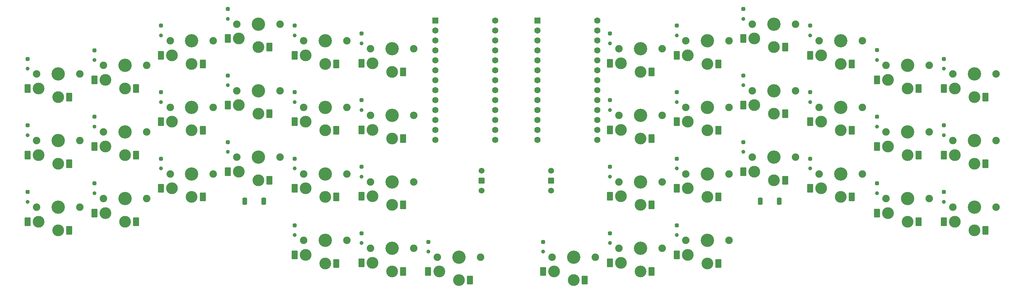
<source format=gbr>
%TF.GenerationSoftware,KiCad,Pcbnew,9.0.1*%
%TF.CreationDate,2025-04-16T23:21:15+03:00*%
%TF.ProjectId,turfing,74757266-696e-4672-9e6b-696361645f70,rev?*%
%TF.SameCoordinates,Original*%
%TF.FileFunction,Soldermask,Bot*%
%TF.FilePolarity,Negative*%
%FSLAX46Y46*%
G04 Gerber Fmt 4.6, Leading zero omitted, Abs format (unit mm)*
G04 Created by KiCad (PCBNEW 9.0.1) date 2025-04-16 23:21:15*
%MOMM*%
%LPD*%
G01*
G04 APERTURE LIST*
G04 Aperture macros list*
%AMRoundRect*
0 Rectangle with rounded corners*
0 $1 Rounding radius*
0 $2 $3 $4 $5 $6 $7 $8 $9 X,Y pos of 4 corners*
0 Add a 4 corners polygon primitive as box body*
4,1,4,$2,$3,$4,$5,$6,$7,$8,$9,$2,$3,0*
0 Add four circle primitives for the rounded corners*
1,1,$1+$1,$2,$3*
1,1,$1+$1,$4,$5*
1,1,$1+$1,$6,$7*
1,1,$1+$1,$8,$9*
0 Add four rect primitives between the rounded corners*
20,1,$1+$1,$2,$3,$4,$5,0*
20,1,$1+$1,$4,$5,$6,$7,0*
20,1,$1+$1,$6,$7,$8,$9,0*
20,1,$1+$1,$8,$9,$2,$3,0*%
G04 Aperture macros list end*
%ADD10C,1.900000*%
%ADD11C,3.000000*%
%ADD12C,3.400000*%
%ADD13RoundRect,0.200000X0.600000X0.900000X-0.600000X0.900000X-0.600000X-0.900000X0.600000X-0.900000X0*%
%ADD14RoundRect,0.250000X-0.250000X0.250000X-0.250000X-0.250000X0.250000X-0.250000X0.250000X0.250000X0*%
%ADD15C,1.000000*%
%ADD16RoundRect,0.250000X-0.550000X-0.550000X0.550000X-0.550000X0.550000X0.550000X-0.550000X0.550000X0*%
%ADD17C,1.600000*%
%ADD18RoundRect,0.102000X0.654000X-0.654000X0.654000X0.654000X-0.654000X0.654000X-0.654000X-0.654000X0*%
%ADD19C,1.512000*%
%ADD20RoundRect,0.250000X-0.350000X-0.650000X0.350000X-0.650000X0.350000X0.650000X-0.350000X0.650000X0*%
%ADD21RoundRect,0.102000X-0.654000X0.654000X-0.654000X-0.654000X0.654000X-0.654000X0.654000X0.654000X0*%
G04 APERTURE END LIST*
D10*
%TO.C,SW16*%
X60500000Y-106250000D03*
D11*
X61000000Y-109950000D03*
D12*
X66000000Y-106250000D03*
D11*
X66000000Y-112150000D03*
D10*
X71500000Y-106250000D03*
D13*
X58200000Y-109950000D03*
X68800000Y-112150000D03*
%TD*%
D10*
%TO.C,SW29*%
X191750000Y-89250000D03*
D11*
X192250000Y-92950000D03*
D12*
X197250000Y-89250000D03*
D11*
X197250000Y-95150000D03*
D10*
X202750000Y-89250000D03*
D13*
X189450000Y-92950000D03*
X200050000Y-95150000D03*
%TD*%
D14*
%TO.C,D31*%
X223452400Y-85375100D03*
D15*
X223452400Y-87875100D03*
%TD*%
D14*
%TO.C,D1*%
X109200000Y-70400100D03*
D15*
X109200000Y-72900100D03*
%TD*%
D10*
%TO.C,SW20*%
X111500000Y-125290000D03*
D11*
X112000000Y-128990000D03*
D12*
X117000000Y-125290000D03*
D11*
X117000000Y-131190000D03*
D10*
X122500000Y-125290000D03*
D13*
X109200000Y-128990000D03*
X119800000Y-131190000D03*
%TD*%
D14*
%TO.C,D32*%
X240452400Y-91675100D03*
D15*
X240452400Y-94175100D03*
%TD*%
D10*
%TO.C,SW42*%
X191750000Y-123250000D03*
D11*
X192250000Y-126950000D03*
D12*
X197250000Y-123250000D03*
D11*
X197250000Y-129150000D03*
D10*
X202750000Y-123250000D03*
D13*
X189450000Y-126950000D03*
X200050000Y-129150000D03*
%TD*%
D14*
%TO.C,D17*%
X41202400Y-108675100D03*
D15*
X41202400Y-111175100D03*
%TD*%
D14*
%TO.C,D10*%
X58200000Y-85375000D03*
D15*
X58200000Y-87875000D03*
%TD*%
D14*
%TO.C,D12*%
X24200000Y-93875000D03*
D15*
X24200000Y-96375000D03*
%TD*%
D10*
%TO.C,SW17*%
X43500000Y-112540000D03*
D11*
X44000000Y-116240000D03*
D12*
X49000000Y-112540000D03*
D11*
X49000000Y-118440000D03*
D10*
X54500000Y-112540000D03*
D13*
X41200000Y-116240000D03*
X51800000Y-118440000D03*
%TD*%
D10*
%TO.C,SW5*%
X43500000Y-78540000D03*
D11*
X44000000Y-82240000D03*
D12*
X49000000Y-78540000D03*
D11*
X49000000Y-84440000D03*
D10*
X54500000Y-78540000D03*
D13*
X41200000Y-82240000D03*
X51800000Y-84440000D03*
%TD*%
D14*
%TO.C,D27*%
X257450000Y-76875000D03*
D15*
X257450000Y-79375000D03*
%TD*%
D10*
%TO.C,SW10*%
X60500000Y-89250000D03*
D11*
X61000000Y-92950000D03*
D12*
X66000000Y-89250000D03*
D11*
X66000000Y-95150000D03*
D10*
X71500000Y-89250000D03*
D13*
X58200000Y-92950000D03*
X68800000Y-95150000D03*
%TD*%
D16*
%TO.C,MCU_L1*%
X128030000Y-67060000D03*
D17*
X143270000Y-67060000D03*
X128030000Y-69600000D03*
X128030000Y-72140000D03*
X128030000Y-74680000D03*
X128030000Y-77220000D03*
X128030000Y-79760000D03*
X128030000Y-82300000D03*
X128030000Y-84840000D03*
X128030000Y-87380000D03*
X128030000Y-89920000D03*
X128030000Y-92460000D03*
X128030000Y-95000000D03*
X128030000Y-97540000D03*
X143270000Y-97540000D03*
X143270000Y-95000000D03*
X143270000Y-92460000D03*
X143270000Y-89920000D03*
X143270000Y-87380000D03*
X143270000Y-84840000D03*
X143270000Y-82300000D03*
X143270000Y-79760000D03*
X143270000Y-77220000D03*
X143270000Y-74680000D03*
X143270000Y-72140000D03*
X143270000Y-69600000D03*
%TD*%
D14*
%TO.C,D30*%
X206452400Y-81125100D03*
D15*
X206452400Y-83625100D03*
%TD*%
D10*
%TO.C,SW24*%
X208750000Y-68000000D03*
D11*
X209250000Y-71700000D03*
D12*
X214250000Y-68000000D03*
D11*
X214250000Y-73900000D03*
D10*
X219750000Y-68000000D03*
D13*
X206450000Y-71700000D03*
X217050000Y-73900000D03*
%TD*%
D10*
%TO.C,SW4*%
X60500000Y-72250000D03*
D11*
X61000000Y-75950000D03*
D12*
X66000000Y-72250000D03*
D11*
X66000000Y-78150000D03*
D10*
X71500000Y-72250000D03*
D13*
X58200000Y-75950000D03*
X68800000Y-78150000D03*
%TD*%
D10*
%TO.C,SW22*%
X174750000Y-74290000D03*
D11*
X175250000Y-77990000D03*
D12*
X180250000Y-74290000D03*
D11*
X180250000Y-80190000D03*
D10*
X185750000Y-74290000D03*
D13*
X172450000Y-77990000D03*
X183050000Y-80190000D03*
%TD*%
D10*
%TO.C,SW36*%
X208750000Y-102000000D03*
D11*
X209250000Y-105700000D03*
D12*
X214250000Y-102000000D03*
D11*
X214250000Y-107900000D03*
D10*
X219750000Y-102000000D03*
D13*
X206450000Y-105700000D03*
X217050000Y-107900000D03*
%TD*%
D10*
%TO.C,SW34*%
X174750000Y-108290000D03*
D11*
X175250000Y-111990000D03*
D12*
X180250000Y-108290000D03*
D11*
X180250000Y-114190000D03*
D10*
X185750000Y-108290000D03*
D13*
X172450000Y-111990000D03*
X183050000Y-114190000D03*
%TD*%
D14*
%TO.C,D14*%
X92202400Y-102375100D03*
D15*
X92202400Y-104875100D03*
%TD*%
D14*
%TO.C,D3*%
X75202400Y-64125100D03*
D15*
X75202400Y-66625100D03*
%TD*%
D10*
%TO.C,SW15*%
X77500000Y-102000000D03*
D11*
X78000000Y-105700000D03*
D12*
X83000000Y-102000000D03*
D11*
X83000000Y-107900000D03*
D10*
X88500000Y-102000000D03*
D13*
X75200000Y-105700000D03*
X85800000Y-107900000D03*
%TD*%
D10*
%TO.C,SW40*%
X157750000Y-127500000D03*
D11*
X158250000Y-131200000D03*
D12*
X163250000Y-127500000D03*
D11*
X163250000Y-133400000D03*
D10*
X168750000Y-127500000D03*
D13*
X155450000Y-131200000D03*
X166050000Y-133400000D03*
%TD*%
D10*
%TO.C,SW7*%
X111500000Y-91290000D03*
D11*
X112000000Y-94990000D03*
D12*
X117000000Y-91290000D03*
D11*
X117000000Y-97190000D03*
D10*
X122500000Y-91290000D03*
D13*
X109200000Y-94990000D03*
X119800000Y-97190000D03*
%TD*%
D14*
%TO.C,D21*%
X92227400Y-119400100D03*
D15*
X92227400Y-121900100D03*
%TD*%
D10*
%TO.C,SW23*%
X191750000Y-72250000D03*
D11*
X192250000Y-75950000D03*
D12*
X197250000Y-72250000D03*
D11*
X197250000Y-78150000D03*
D10*
X202750000Y-72250000D03*
D13*
X189450000Y-75950000D03*
X200050000Y-78150000D03*
%TD*%
D18*
%TO.C,PW_R1*%
X157491000Y-108000000D03*
D19*
X157491000Y-110540000D03*
X157491000Y-105460000D03*
%TD*%
D14*
%TO.C,D9*%
X75202400Y-81125100D03*
D15*
X75202400Y-83625100D03*
%TD*%
D10*
%TO.C,SW32*%
X242750000Y-95540000D03*
D11*
X243250000Y-99240000D03*
D12*
X248250000Y-95540000D03*
D11*
X248250000Y-101440000D03*
D10*
X253750000Y-95540000D03*
D13*
X240450000Y-99240000D03*
X251050000Y-101440000D03*
%TD*%
D14*
%TO.C,D22*%
X172452400Y-70425100D03*
D15*
X172452400Y-72925100D03*
%TD*%
D14*
%TO.C,D28*%
X172452400Y-87425100D03*
D15*
X172452400Y-89925100D03*
%TD*%
D14*
%TO.C,D39*%
X257452400Y-110875100D03*
D15*
X257452400Y-113375100D03*
%TD*%
D10*
%TO.C,SW3*%
X77500000Y-68000000D03*
D11*
X78000000Y-71700000D03*
D12*
X83000000Y-68000000D03*
D11*
X83000000Y-73900000D03*
D10*
X88500000Y-68000000D03*
D13*
X75200000Y-71700000D03*
X85800000Y-73900000D03*
%TD*%
D14*
%TO.C,D23*%
X189452400Y-68375100D03*
D15*
X189452400Y-70875100D03*
%TD*%
D10*
%TO.C,SW21*%
X94500000Y-123250000D03*
D11*
X95000000Y-126950000D03*
D12*
X100000000Y-123250000D03*
D11*
X100000000Y-129150000D03*
D10*
X105500000Y-123250000D03*
D13*
X92200000Y-126950000D03*
X102800000Y-129150000D03*
%TD*%
D10*
%TO.C,SW38*%
X242750000Y-112540000D03*
D11*
X243250000Y-116240000D03*
D12*
X248250000Y-112540000D03*
D11*
X248250000Y-118440000D03*
D10*
X253750000Y-112540000D03*
D13*
X240450000Y-116240000D03*
X251050000Y-118440000D03*
%TD*%
D14*
%TO.C,D5*%
X41202400Y-74675100D03*
D15*
X41202400Y-77175100D03*
%TD*%
D10*
%TO.C,SW25*%
X225750000Y-72250000D03*
D11*
X226250000Y-75950000D03*
D12*
X231250000Y-72250000D03*
D11*
X231250000Y-78150000D03*
D10*
X236750000Y-72250000D03*
D13*
X223450000Y-75950000D03*
X234050000Y-78150000D03*
%TD*%
D10*
%TO.C,SW8*%
X94500000Y-89250000D03*
D11*
X95000000Y-92950000D03*
D12*
X100000000Y-89250000D03*
D11*
X100000000Y-95150000D03*
D10*
X105500000Y-89250000D03*
D13*
X92200000Y-92950000D03*
X102800000Y-95150000D03*
%TD*%
D14*
%TO.C,D19*%
X126202400Y-123625100D03*
D15*
X126202400Y-126125100D03*
%TD*%
D10*
%TO.C,SW19*%
X128500000Y-127500000D03*
D11*
X129000000Y-131200000D03*
D12*
X134000000Y-127500000D03*
D11*
X134000000Y-133400000D03*
D10*
X139500000Y-127500000D03*
D13*
X126200000Y-131200000D03*
X136800000Y-133400000D03*
%TD*%
D14*
%TO.C,D26*%
X240452400Y-74650100D03*
D15*
X240452400Y-77150100D03*
%TD*%
D10*
%TO.C,SW30*%
X208750000Y-85000000D03*
D11*
X209250000Y-88700000D03*
D12*
X214250000Y-85000000D03*
D11*
X214250000Y-90900000D03*
D10*
X219750000Y-85000000D03*
D13*
X206450000Y-88700000D03*
X217050000Y-90900000D03*
%TD*%
D14*
%TO.C,D7*%
X109202400Y-87425100D03*
D15*
X109202400Y-89925100D03*
%TD*%
D10*
%TO.C,SW12*%
X26500000Y-97750000D03*
D11*
X27000000Y-101450000D03*
D12*
X32000000Y-97750000D03*
D11*
X32000000Y-103650000D03*
D10*
X37500000Y-97750000D03*
D13*
X24200000Y-101450000D03*
X34800000Y-103650000D03*
%TD*%
D10*
%TO.C,SW11*%
X43500000Y-95540000D03*
D11*
X44000000Y-99240000D03*
D12*
X49000000Y-95540000D03*
D11*
X49000000Y-101440000D03*
D10*
X54500000Y-95540000D03*
D13*
X41200000Y-99240000D03*
X51800000Y-101440000D03*
%TD*%
D20*
%TO.C,RS_L1*%
X79525000Y-113240000D03*
X84325000Y-113240000D03*
%TD*%
D14*
%TO.C,D38*%
X240452400Y-108675100D03*
D15*
X240452400Y-111175100D03*
%TD*%
D10*
%TO.C,SW27*%
X259750000Y-80750000D03*
D11*
X260250000Y-84450000D03*
D12*
X265250000Y-80750000D03*
D11*
X265250000Y-86650000D03*
D10*
X270750000Y-80750000D03*
D13*
X257450000Y-84450000D03*
X268050000Y-86650000D03*
%TD*%
D14*
%TO.C,D20*%
X109202400Y-121425100D03*
D15*
X109202400Y-123925100D03*
%TD*%
D14*
%TO.C,D41*%
X172450000Y-121425000D03*
D15*
X172450000Y-123925000D03*
%TD*%
D10*
%TO.C,SW13*%
X111500000Y-108290000D03*
D11*
X112000000Y-111990000D03*
D12*
X117000000Y-108290000D03*
D11*
X117000000Y-114190000D03*
D10*
X122500000Y-108290000D03*
D13*
X109200000Y-111990000D03*
X119800000Y-114190000D03*
%TD*%
D21*
%TO.C,PW_L1*%
X139769000Y-108000000D03*
D19*
X139769000Y-105460000D03*
X139769000Y-110540000D03*
%TD*%
D14*
%TO.C,D18*%
X24202400Y-110875100D03*
D15*
X24202400Y-113375100D03*
%TD*%
D14*
%TO.C,D24*%
X206450000Y-64125000D03*
D15*
X206450000Y-66625000D03*
%TD*%
D14*
%TO.C,D13*%
X109202400Y-104425100D03*
D15*
X109202400Y-106925100D03*
%TD*%
D14*
%TO.C,D4*%
X58202400Y-68375100D03*
D15*
X58202400Y-70875100D03*
%TD*%
D16*
%TO.C,MCU_R1*%
X153990000Y-67060000D03*
D17*
X169230000Y-67060000D03*
X153990000Y-69600000D03*
X153990000Y-72140000D03*
X153990000Y-74680000D03*
X153990000Y-77220000D03*
X153990000Y-79760000D03*
X153990000Y-82300000D03*
X153990000Y-84840000D03*
X153990000Y-87380000D03*
X153990000Y-89920000D03*
X153990000Y-92460000D03*
X153990000Y-95000000D03*
X153990000Y-97540000D03*
X169230000Y-97540000D03*
X169230000Y-95000000D03*
X169230000Y-92460000D03*
X169230000Y-89920000D03*
X169230000Y-87380000D03*
X169230000Y-84840000D03*
X169230000Y-82300000D03*
X169230000Y-79760000D03*
X169230000Y-77220000D03*
X169230000Y-74680000D03*
X169230000Y-72140000D03*
X169230000Y-69600000D03*
%TD*%
D10*
%TO.C,SW35*%
X191750000Y-106250000D03*
D11*
X192250000Y-109950000D03*
D12*
X197250000Y-106250000D03*
D11*
X197250000Y-112150000D03*
D10*
X202750000Y-106250000D03*
D13*
X189450000Y-109950000D03*
X200050000Y-112150000D03*
%TD*%
D10*
%TO.C,SW31*%
X225750000Y-89250000D03*
D11*
X226250000Y-92950000D03*
D12*
X231250000Y-89250000D03*
D11*
X231250000Y-95150000D03*
D10*
X236750000Y-89250000D03*
D13*
X223450000Y-92950000D03*
X234050000Y-95150000D03*
%TD*%
D10*
%TO.C,SW2*%
X94500000Y-72250000D03*
D11*
X95000000Y-75950000D03*
D12*
X100000000Y-72250000D03*
D11*
X100000000Y-78150000D03*
D10*
X105500000Y-72250000D03*
D13*
X92200000Y-75950000D03*
X102800000Y-78150000D03*
%TD*%
D14*
%TO.C,D6*%
X24227400Y-76900100D03*
D15*
X24227400Y-79400100D03*
%TD*%
D10*
%TO.C,SW9*%
X77500000Y-85000000D03*
D11*
X78000000Y-88700000D03*
D12*
X83000000Y-85000000D03*
D11*
X83000000Y-90900000D03*
D10*
X88500000Y-85000000D03*
D13*
X75200000Y-88700000D03*
X85800000Y-90900000D03*
%TD*%
D10*
%TO.C,SW39*%
X259750000Y-114750000D03*
D11*
X260250000Y-118450000D03*
D12*
X265250000Y-114750000D03*
D11*
X265250000Y-120650000D03*
D10*
X270750000Y-114750000D03*
D13*
X257450000Y-118450000D03*
X268050000Y-120650000D03*
%TD*%
D10*
%TO.C,SW18*%
X26500000Y-114750000D03*
D11*
X27000000Y-118450000D03*
D12*
X32000000Y-114750000D03*
D11*
X32000000Y-120650000D03*
D10*
X37500000Y-114750000D03*
D13*
X24200000Y-118450000D03*
X34800000Y-120650000D03*
%TD*%
D10*
%TO.C,SW33*%
X259750000Y-97750000D03*
D11*
X260250000Y-101450000D03*
D12*
X265250000Y-97750000D03*
D11*
X265250000Y-103650000D03*
D10*
X270750000Y-97750000D03*
D13*
X257450000Y-101450000D03*
X268050000Y-103650000D03*
%TD*%
D14*
%TO.C,D37*%
X223452400Y-102375100D03*
D15*
X223452400Y-104875100D03*
%TD*%
D14*
%TO.C,D25*%
X223452400Y-68375100D03*
D15*
X223452400Y-70875100D03*
%TD*%
D10*
%TO.C,SW14*%
X94500000Y-106250000D03*
D11*
X95000000Y-109950000D03*
D12*
X100000000Y-106250000D03*
D11*
X100000000Y-112150000D03*
D10*
X105500000Y-106250000D03*
D13*
X92200000Y-109950000D03*
X102800000Y-112150000D03*
%TD*%
D14*
%TO.C,D42*%
X189452400Y-119375100D03*
D15*
X189452400Y-121875100D03*
%TD*%
D14*
%TO.C,D11*%
X41202400Y-91650100D03*
D15*
X41202400Y-94150100D03*
%TD*%
D14*
%TO.C,D34*%
X172452400Y-104425100D03*
D15*
X172452400Y-106925100D03*
%TD*%
D10*
%TO.C,SW6*%
X26500000Y-80750000D03*
D11*
X27000000Y-84450000D03*
D12*
X32000000Y-80750000D03*
D11*
X32000000Y-86650000D03*
D10*
X37500000Y-80750000D03*
D13*
X24200000Y-84450000D03*
X34800000Y-86650000D03*
%TD*%
D14*
%TO.C,D15*%
X75202400Y-98125100D03*
D15*
X75202400Y-100625100D03*
%TD*%
D14*
%TO.C,D2*%
X92202400Y-68375100D03*
D15*
X92202400Y-70875100D03*
%TD*%
D14*
%TO.C,D33*%
X257452400Y-93875100D03*
D15*
X257452400Y-96375100D03*
%TD*%
D14*
%TO.C,D29*%
X189452400Y-85375100D03*
D15*
X189452400Y-87875100D03*
%TD*%
D10*
%TO.C,SW1*%
X111500000Y-74290000D03*
D11*
X112000000Y-77990000D03*
D12*
X117000000Y-74290000D03*
D11*
X117000000Y-80190000D03*
D10*
X122500000Y-74290000D03*
D13*
X109200000Y-77990000D03*
X119800000Y-80190000D03*
%TD*%
D14*
%TO.C,D36*%
X206450000Y-98125000D03*
D15*
X206450000Y-100625000D03*
%TD*%
D14*
%TO.C,D40*%
X155452400Y-123625100D03*
D15*
X155452400Y-126125100D03*
%TD*%
D14*
%TO.C,D16*%
X58202400Y-102375100D03*
D15*
X58202400Y-104875100D03*
%TD*%
D10*
%TO.C,SW41*%
X174750000Y-125290000D03*
D11*
X175250000Y-128990000D03*
D12*
X180250000Y-125290000D03*
D11*
X180250000Y-131190000D03*
D10*
X185750000Y-125290000D03*
D13*
X172450000Y-128990000D03*
X183050000Y-131190000D03*
%TD*%
D14*
%TO.C,D35*%
X189450000Y-102375000D03*
D15*
X189450000Y-104875000D03*
%TD*%
D10*
%TO.C,SW28*%
X174750000Y-91290000D03*
D11*
X175250000Y-94990000D03*
D12*
X180250000Y-91290000D03*
D11*
X180250000Y-97190000D03*
D10*
X185750000Y-91290000D03*
D13*
X172450000Y-94990000D03*
X183050000Y-97190000D03*
%TD*%
D10*
%TO.C,SW26*%
X242750000Y-78540000D03*
D11*
X243250000Y-82240000D03*
D12*
X248250000Y-78540000D03*
D11*
X248250000Y-84440000D03*
D10*
X253750000Y-78540000D03*
D13*
X240450000Y-82240000D03*
X251050000Y-84440000D03*
%TD*%
D10*
%TO.C,SW37*%
X225750000Y-106250000D03*
D11*
X226250000Y-109950000D03*
D12*
X231250000Y-106250000D03*
D11*
X231250000Y-112150000D03*
D10*
X236750000Y-106250000D03*
D13*
X223450000Y-109950000D03*
X234050000Y-112150000D03*
%TD*%
D14*
%TO.C,D8*%
X92200000Y-85375000D03*
D15*
X92200000Y-87875000D03*
%TD*%
D20*
%TO.C,RS_R1*%
X210775000Y-113240000D03*
X215575000Y-113240000D03*
%TD*%
M02*

</source>
